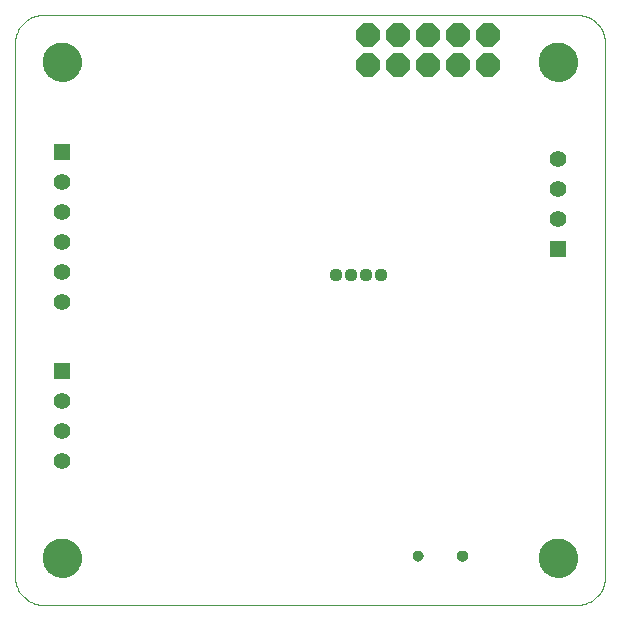
<source format=gbs>
G75*
%MOIN*%
%OFA0B0*%
%FSLAX24Y24*%
%IPPOS*%
%LPD*%
%AMOC8*
5,1,8,0,0,1.08239X$1,22.5*
%
%ADD10C,0.0000*%
%ADD11R,0.0555X0.0555*%
%ADD12C,0.0555*%
%ADD13C,0.1300*%
%ADD14C,0.0375*%
%ADD15C,0.0440*%
%ADD16OC8,0.0780*%
D10*
X001183Y001347D02*
X018899Y001347D01*
X018961Y001349D01*
X019022Y001355D01*
X019083Y001364D01*
X019144Y001378D01*
X019203Y001395D01*
X019261Y001416D01*
X019318Y001441D01*
X019373Y001469D01*
X019426Y001500D01*
X019477Y001535D01*
X019526Y001573D01*
X019573Y001614D01*
X019616Y001657D01*
X019657Y001704D01*
X019695Y001753D01*
X019730Y001804D01*
X019761Y001857D01*
X019789Y001912D01*
X019814Y001969D01*
X019835Y002027D01*
X019852Y002086D01*
X019866Y002147D01*
X019875Y002208D01*
X019881Y002269D01*
X019883Y002331D01*
X019883Y020048D01*
X019881Y020110D01*
X019875Y020171D01*
X019866Y020232D01*
X019852Y020293D01*
X019835Y020352D01*
X019814Y020410D01*
X019789Y020467D01*
X019761Y020522D01*
X019730Y020575D01*
X019695Y020626D01*
X019657Y020675D01*
X019616Y020722D01*
X019573Y020765D01*
X019526Y020806D01*
X019477Y020844D01*
X019426Y020879D01*
X019373Y020910D01*
X019318Y020938D01*
X019261Y020963D01*
X019203Y020984D01*
X019144Y021001D01*
X019083Y021015D01*
X019022Y021024D01*
X018961Y021030D01*
X018899Y021032D01*
X001183Y021032D01*
X001121Y021030D01*
X001060Y021024D01*
X000999Y021015D01*
X000938Y021001D01*
X000879Y020984D01*
X000821Y020963D01*
X000764Y020938D01*
X000709Y020910D01*
X000656Y020879D01*
X000605Y020844D01*
X000556Y020806D01*
X000509Y020765D01*
X000466Y020722D01*
X000425Y020675D01*
X000387Y020626D01*
X000352Y020575D01*
X000321Y020522D01*
X000293Y020467D01*
X000268Y020410D01*
X000247Y020352D01*
X000230Y020293D01*
X000216Y020232D01*
X000207Y020171D01*
X000201Y020110D01*
X000199Y020048D01*
X000198Y020048D02*
X000198Y002331D01*
X000199Y002331D02*
X000201Y002269D01*
X000207Y002208D01*
X000216Y002147D01*
X000230Y002086D01*
X000247Y002027D01*
X000268Y001969D01*
X000293Y001912D01*
X000321Y001857D01*
X000352Y001804D01*
X000387Y001753D01*
X000425Y001704D01*
X000466Y001657D01*
X000509Y001614D01*
X000556Y001573D01*
X000605Y001535D01*
X000656Y001500D01*
X000709Y001469D01*
X000764Y001441D01*
X000821Y001416D01*
X000879Y001395D01*
X000938Y001378D01*
X000999Y001364D01*
X001060Y001355D01*
X001121Y001349D01*
X001183Y001347D01*
X001143Y002922D02*
X001145Y002972D01*
X001151Y003022D01*
X001161Y003071D01*
X001175Y003119D01*
X001192Y003166D01*
X001213Y003211D01*
X001238Y003255D01*
X001266Y003296D01*
X001298Y003335D01*
X001332Y003372D01*
X001369Y003406D01*
X001409Y003436D01*
X001451Y003463D01*
X001495Y003487D01*
X001541Y003508D01*
X001588Y003524D01*
X001636Y003537D01*
X001686Y003546D01*
X001735Y003551D01*
X001786Y003552D01*
X001836Y003549D01*
X001885Y003542D01*
X001934Y003531D01*
X001982Y003516D01*
X002028Y003498D01*
X002073Y003476D01*
X002116Y003450D01*
X002157Y003421D01*
X002196Y003389D01*
X002232Y003354D01*
X002264Y003316D01*
X002294Y003276D01*
X002321Y003233D01*
X002344Y003189D01*
X002363Y003143D01*
X002379Y003095D01*
X002391Y003046D01*
X002399Y002997D01*
X002403Y002947D01*
X002403Y002897D01*
X002399Y002847D01*
X002391Y002798D01*
X002379Y002749D01*
X002363Y002701D01*
X002344Y002655D01*
X002321Y002611D01*
X002294Y002568D01*
X002264Y002528D01*
X002232Y002490D01*
X002196Y002455D01*
X002157Y002423D01*
X002116Y002394D01*
X002073Y002368D01*
X002028Y002346D01*
X001982Y002328D01*
X001934Y002313D01*
X001885Y002302D01*
X001836Y002295D01*
X001786Y002292D01*
X001735Y002293D01*
X001686Y002298D01*
X001636Y002307D01*
X001588Y002320D01*
X001541Y002336D01*
X001495Y002357D01*
X001451Y002381D01*
X001409Y002408D01*
X001369Y002438D01*
X001332Y002472D01*
X001298Y002509D01*
X001266Y002548D01*
X001238Y002589D01*
X001213Y002633D01*
X001192Y002678D01*
X001175Y002725D01*
X001161Y002773D01*
X001151Y002822D01*
X001145Y002872D01*
X001143Y002922D01*
X013457Y003001D02*
X013459Y003026D01*
X013465Y003051D01*
X013474Y003075D01*
X013487Y003097D01*
X013504Y003117D01*
X013523Y003134D01*
X013544Y003148D01*
X013568Y003158D01*
X013592Y003165D01*
X013618Y003168D01*
X013643Y003167D01*
X013668Y003162D01*
X013692Y003153D01*
X013715Y003141D01*
X013735Y003126D01*
X013753Y003107D01*
X013768Y003086D01*
X013779Y003063D01*
X013787Y003039D01*
X013791Y003014D01*
X013791Y002988D01*
X013787Y002963D01*
X013779Y002939D01*
X013768Y002916D01*
X013753Y002895D01*
X013735Y002876D01*
X013715Y002861D01*
X013692Y002849D01*
X013668Y002840D01*
X013643Y002835D01*
X013618Y002834D01*
X013592Y002837D01*
X013568Y002844D01*
X013544Y002854D01*
X013523Y002868D01*
X013504Y002885D01*
X013487Y002905D01*
X013474Y002927D01*
X013465Y002951D01*
X013459Y002976D01*
X013457Y003001D01*
X014953Y003001D02*
X014955Y003026D01*
X014961Y003051D01*
X014970Y003075D01*
X014983Y003097D01*
X015000Y003117D01*
X015019Y003134D01*
X015040Y003148D01*
X015064Y003158D01*
X015088Y003165D01*
X015114Y003168D01*
X015139Y003167D01*
X015164Y003162D01*
X015188Y003153D01*
X015211Y003141D01*
X015231Y003126D01*
X015249Y003107D01*
X015264Y003086D01*
X015275Y003063D01*
X015283Y003039D01*
X015287Y003014D01*
X015287Y002988D01*
X015283Y002963D01*
X015275Y002939D01*
X015264Y002916D01*
X015249Y002895D01*
X015231Y002876D01*
X015211Y002861D01*
X015188Y002849D01*
X015164Y002840D01*
X015139Y002835D01*
X015114Y002834D01*
X015088Y002837D01*
X015064Y002844D01*
X015040Y002854D01*
X015019Y002868D01*
X015000Y002885D01*
X014983Y002905D01*
X014970Y002927D01*
X014961Y002951D01*
X014955Y002976D01*
X014953Y003001D01*
X017679Y002922D02*
X017681Y002972D01*
X017687Y003022D01*
X017697Y003071D01*
X017711Y003119D01*
X017728Y003166D01*
X017749Y003211D01*
X017774Y003255D01*
X017802Y003296D01*
X017834Y003335D01*
X017868Y003372D01*
X017905Y003406D01*
X017945Y003436D01*
X017987Y003463D01*
X018031Y003487D01*
X018077Y003508D01*
X018124Y003524D01*
X018172Y003537D01*
X018222Y003546D01*
X018271Y003551D01*
X018322Y003552D01*
X018372Y003549D01*
X018421Y003542D01*
X018470Y003531D01*
X018518Y003516D01*
X018564Y003498D01*
X018609Y003476D01*
X018652Y003450D01*
X018693Y003421D01*
X018732Y003389D01*
X018768Y003354D01*
X018800Y003316D01*
X018830Y003276D01*
X018857Y003233D01*
X018880Y003189D01*
X018899Y003143D01*
X018915Y003095D01*
X018927Y003046D01*
X018935Y002997D01*
X018939Y002947D01*
X018939Y002897D01*
X018935Y002847D01*
X018927Y002798D01*
X018915Y002749D01*
X018899Y002701D01*
X018880Y002655D01*
X018857Y002611D01*
X018830Y002568D01*
X018800Y002528D01*
X018768Y002490D01*
X018732Y002455D01*
X018693Y002423D01*
X018652Y002394D01*
X018609Y002368D01*
X018564Y002346D01*
X018518Y002328D01*
X018470Y002313D01*
X018421Y002302D01*
X018372Y002295D01*
X018322Y002292D01*
X018271Y002293D01*
X018222Y002298D01*
X018172Y002307D01*
X018124Y002320D01*
X018077Y002336D01*
X018031Y002357D01*
X017987Y002381D01*
X017945Y002408D01*
X017905Y002438D01*
X017868Y002472D01*
X017834Y002509D01*
X017802Y002548D01*
X017774Y002589D01*
X017749Y002633D01*
X017728Y002678D01*
X017711Y002725D01*
X017697Y002773D01*
X017687Y002822D01*
X017681Y002872D01*
X017679Y002922D01*
X017679Y019457D02*
X017681Y019507D01*
X017687Y019557D01*
X017697Y019606D01*
X017711Y019654D01*
X017728Y019701D01*
X017749Y019746D01*
X017774Y019790D01*
X017802Y019831D01*
X017834Y019870D01*
X017868Y019907D01*
X017905Y019941D01*
X017945Y019971D01*
X017987Y019998D01*
X018031Y020022D01*
X018077Y020043D01*
X018124Y020059D01*
X018172Y020072D01*
X018222Y020081D01*
X018271Y020086D01*
X018322Y020087D01*
X018372Y020084D01*
X018421Y020077D01*
X018470Y020066D01*
X018518Y020051D01*
X018564Y020033D01*
X018609Y020011D01*
X018652Y019985D01*
X018693Y019956D01*
X018732Y019924D01*
X018768Y019889D01*
X018800Y019851D01*
X018830Y019811D01*
X018857Y019768D01*
X018880Y019724D01*
X018899Y019678D01*
X018915Y019630D01*
X018927Y019581D01*
X018935Y019532D01*
X018939Y019482D01*
X018939Y019432D01*
X018935Y019382D01*
X018927Y019333D01*
X018915Y019284D01*
X018899Y019236D01*
X018880Y019190D01*
X018857Y019146D01*
X018830Y019103D01*
X018800Y019063D01*
X018768Y019025D01*
X018732Y018990D01*
X018693Y018958D01*
X018652Y018929D01*
X018609Y018903D01*
X018564Y018881D01*
X018518Y018863D01*
X018470Y018848D01*
X018421Y018837D01*
X018372Y018830D01*
X018322Y018827D01*
X018271Y018828D01*
X018222Y018833D01*
X018172Y018842D01*
X018124Y018855D01*
X018077Y018871D01*
X018031Y018892D01*
X017987Y018916D01*
X017945Y018943D01*
X017905Y018973D01*
X017868Y019007D01*
X017834Y019044D01*
X017802Y019083D01*
X017774Y019124D01*
X017749Y019168D01*
X017728Y019213D01*
X017711Y019260D01*
X017697Y019308D01*
X017687Y019357D01*
X017681Y019407D01*
X017679Y019457D01*
X001143Y019457D02*
X001145Y019507D01*
X001151Y019557D01*
X001161Y019606D01*
X001175Y019654D01*
X001192Y019701D01*
X001213Y019746D01*
X001238Y019790D01*
X001266Y019831D01*
X001298Y019870D01*
X001332Y019907D01*
X001369Y019941D01*
X001409Y019971D01*
X001451Y019998D01*
X001495Y020022D01*
X001541Y020043D01*
X001588Y020059D01*
X001636Y020072D01*
X001686Y020081D01*
X001735Y020086D01*
X001786Y020087D01*
X001836Y020084D01*
X001885Y020077D01*
X001934Y020066D01*
X001982Y020051D01*
X002028Y020033D01*
X002073Y020011D01*
X002116Y019985D01*
X002157Y019956D01*
X002196Y019924D01*
X002232Y019889D01*
X002264Y019851D01*
X002294Y019811D01*
X002321Y019768D01*
X002344Y019724D01*
X002363Y019678D01*
X002379Y019630D01*
X002391Y019581D01*
X002399Y019532D01*
X002403Y019482D01*
X002403Y019432D01*
X002399Y019382D01*
X002391Y019333D01*
X002379Y019284D01*
X002363Y019236D01*
X002344Y019190D01*
X002321Y019146D01*
X002294Y019103D01*
X002264Y019063D01*
X002232Y019025D01*
X002196Y018990D01*
X002157Y018958D01*
X002116Y018929D01*
X002073Y018903D01*
X002028Y018881D01*
X001982Y018863D01*
X001934Y018848D01*
X001885Y018837D01*
X001836Y018830D01*
X001786Y018827D01*
X001735Y018828D01*
X001686Y018833D01*
X001636Y018842D01*
X001588Y018855D01*
X001541Y018871D01*
X001495Y018892D01*
X001451Y018916D01*
X001409Y018943D01*
X001369Y018973D01*
X001332Y019007D01*
X001298Y019044D01*
X001266Y019083D01*
X001238Y019124D01*
X001213Y019168D01*
X001192Y019213D01*
X001175Y019260D01*
X001161Y019308D01*
X001151Y019357D01*
X001145Y019407D01*
X001143Y019457D01*
D11*
X001773Y016446D03*
X001773Y009146D03*
X018309Y013233D03*
D12*
X018309Y014233D03*
X018309Y015233D03*
X018309Y016233D03*
X001773Y015446D03*
X001773Y014446D03*
X001773Y013446D03*
X001773Y012446D03*
X001773Y011446D03*
X001773Y008146D03*
X001773Y007146D03*
X001773Y006146D03*
D13*
X001773Y002922D03*
X018309Y002922D03*
X018309Y019457D03*
X001773Y019457D03*
D14*
X013624Y003001D03*
X015120Y003001D03*
D15*
X012403Y012371D03*
X011903Y012371D03*
X011403Y012371D03*
X010903Y012371D03*
D16*
X011978Y019351D03*
X012978Y019351D03*
X013978Y019351D03*
X014978Y019351D03*
X015978Y019351D03*
X015978Y020351D03*
X014978Y020351D03*
X013978Y020351D03*
X012978Y020351D03*
X011978Y020351D03*
M02*

</source>
